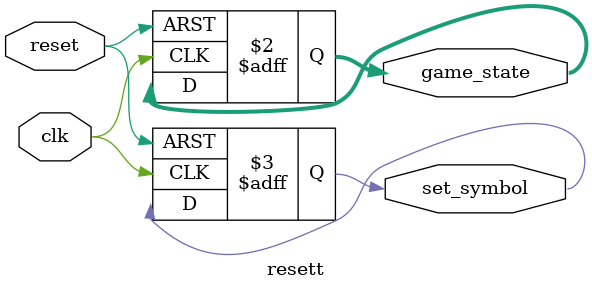
<source format=v>
module resett(input reset,input clk,output reg [1:0] game_state,output reg set_symbol );

 always@(posedge clk or posedge reset) begin
        if(reset) begin
           
            game_state=2'b00;
            set_symbol=1'b1;
        end
     end
 endmodule

</source>
